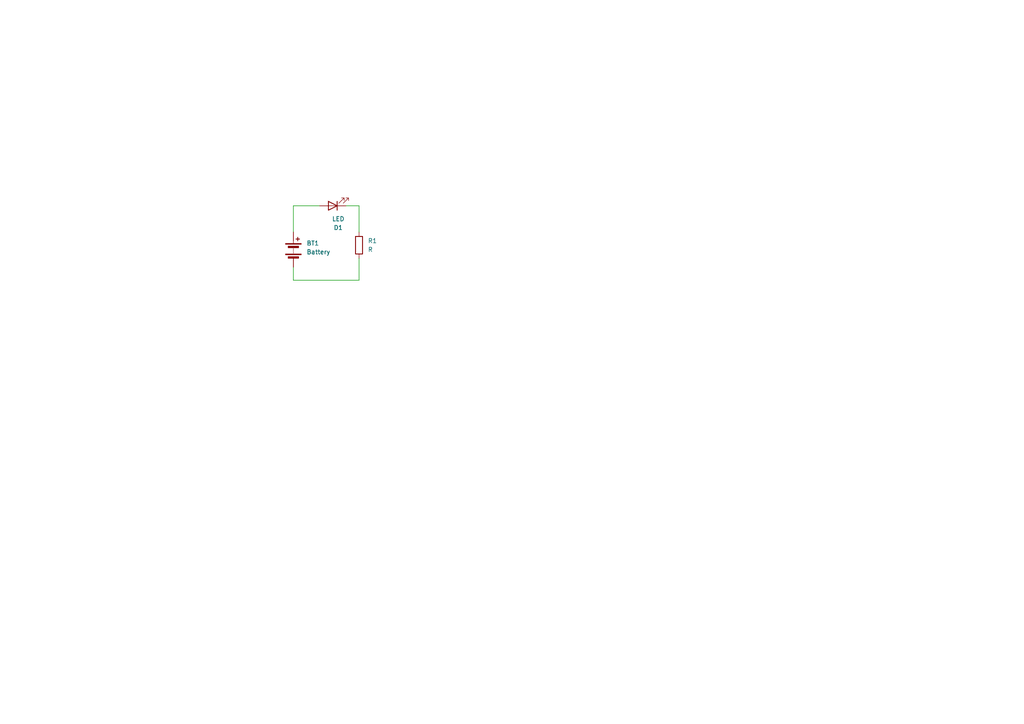
<source format=kicad_sch>
(kicad_sch (version 20230121) (generator eeschema)
  (paper "A4")
  (lib_symbols
    (symbol "Device:Battery" (pin_numbers hide) (pin_names (offset 0) hide)
      (property "Reference" "BT" (at 2.54 2.54 0))
      (property "Value" "Battery" (at 2.54 0 0))
      (symbol "Battery_0_1"
        (rectangle (start -2.286 -1.27) (end 2.286 -1.524) (fill (type outline)))
        (rectangle (start -2.286 1.778) (end 2.286 1.524) (fill (type outline)))
        (rectangle (start -1.524 -2.032) (end 1.524 -2.54) (fill (type outline)))
        (rectangle (start -1.524 1.016) (end 1.524 0.508) (fill (type outline)))
        (polyline (pts (xy 0 -1.016) (xy 0 -0.762)))
        (polyline (pts (xy 0 -0.508) (xy 0 -0.254)))
        (polyline (pts (xy 0 0) (xy 0 0.254)))
        (polyline (pts (xy 0 1.778) (xy 0 2.54)))
        (polyline (pts (xy 0.762 3.048) (xy 1.778 3.048)) (stroke (width 0.254)))
        (polyline (pts (xy 1.27 3.556) (xy 1.27 2.54)) (stroke (width 0.254)))
      )
      (symbol "Battery_1_1"
        (pin passive line (at 0 5.08 270) (length 2.54) (name "+") (number "1"))
        (pin passive line (at 0 -5.08 90) (length 2.54) (name "-") (number "2"))
      )
    )
    (symbol "Device:LED" (pin_numbers hide) (pin_names (offset 1.016) hide)
      (property "Reference" "D" (at 0 2.54 0))
      (property "Value" "LED" (at 0 -2.54 0))
      (symbol "LED_0_1"
        (polyline (pts (xy -1.27 -1.27) (xy -1.27 1.27)) (stroke (width 0.254)))
        (polyline (pts (xy -1.27 0) (xy 1.27 0)))
        (polyline (pts (xy 1.27 -1.27) (xy 1.27 1.27) (xy -1.27 0) (xy 1.27 -1.27)) (stroke (width 0.254)))
        (polyline (pts (xy -3.048 -0.762) (xy -4.572 -2.286) (xy -3.81 -2.286) (xy -4.572 -2.286) (xy -4.572 -1.524)))
        (polyline (pts (xy -1.778 -0.762) (xy -3.302 -2.286) (xy -2.54 -2.286) (xy -3.302 -2.286) (xy -3.302 -1.524)))
      )
      (symbol "LED_1_1"
        (pin passive line (at -3.81 0 0) (length 2.54) (name "K") (number "1"))
        (pin passive line (at 3.81 0 180) (length 2.54) (name "A") (number "2"))
      )
    )
    (symbol "Device:R" (pin_numbers hide) (pin_names (offset 0))
      (property "Reference" "R" (at 2.032 0 90))
      (property "Value" "R" (at 0 0 90))
      (symbol "R_0_1"
        (rectangle (start -1.016 -2.54) (end 1.016 2.54) (stroke (width 0.254)))
      )
      (symbol "R_1_1"
        (pin passive line (at 0 3.81 270) (length 1.27) (name "~") (number "1"))
        (pin passive line (at 0 -3.81 90) (length 1.27) (name "~") (number "2"))
      )
    )
  )
  (wire (pts (xy 85.09 81.28) (xy 85.09 77.47)))
  (wire (pts (xy 104.14 81.28) (xy 85.09 81.28)))
  (wire (pts (xy 85.09 67.31) (xy 85.09 59.69)))
  (wire (pts (xy 85.09 59.69) (xy 92.71 59.69)))
  (wire (pts (xy 104.14 74.93) (xy 104.14 81.28)))
  (wire (pts (xy 104.14 67.31) (xy 104.14 59.69)))
  (wire (pts (xy 104.14 59.69) (xy 100.33 59.69)))
  (symbol (lib_id "Device:Battery") (at 85.09 72.39 0) (unit 1)
    (property "Reference" "BT1" (at 88.9 70.5485 0) (effects (justify left)))
    (property "Value" "Battery" (at 88.9 73.0885 0) (effects (justify left)))
    (property "Footprint" "Battery:BatteryHolder_Keystone_2460_1xAA" (effects hide))
  )
  (symbol (lib_id "Device:LED") (at 96.52 59.69 180) (unit 1)
    (property "Reference" "D1" (at 98.1075 66.04 0))
    (property "Value" "LED" (at 98.1075 63.5 0))
    (property "Footprint" "LED_SMD:LED_1206_3216Metric_Pad1.42x1.75mm_HandSolder" (effects hide))
  )
  (symbol (lib_id "Device:R") (at 104.14 71.12 0) (unit 1)
    (property "Reference" "R1" (at 106.68 69.85 0) (effects (justify left)))
    (property "Value" "R" (at 106.68 72.39 0) (effects (justify left)))
    (property "Footprint" "Resistor_SMD:R_0805_2012Metric_Pad1.20x1.40mm_HandSolder" (effects hide))
  )
)
</source>
